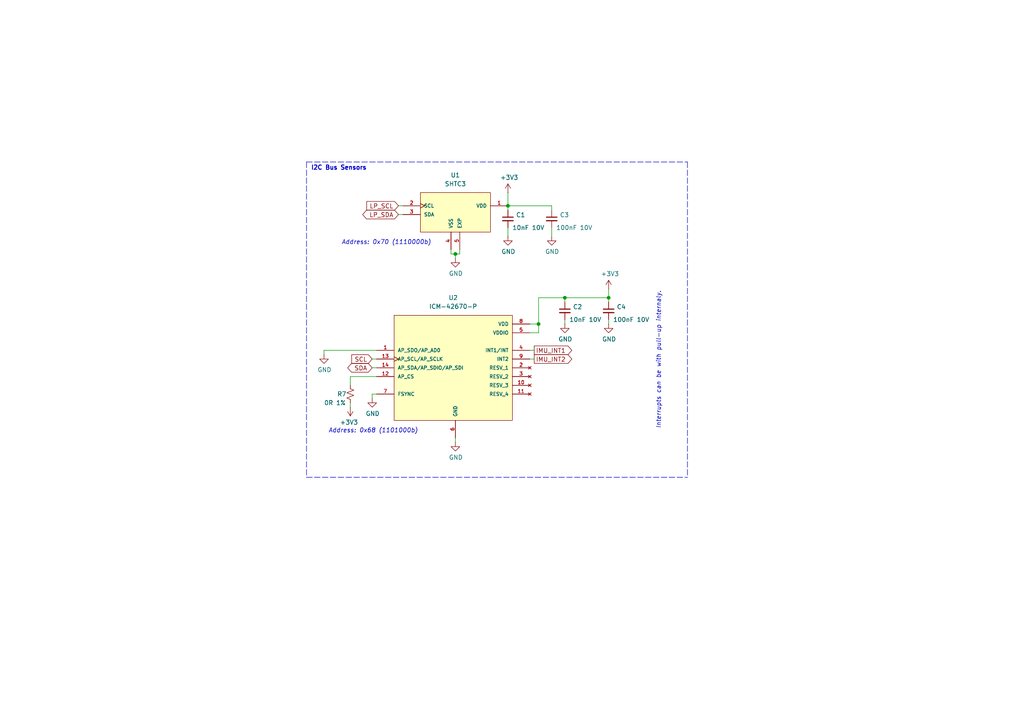
<source format=kicad_sch>
(kicad_sch (version 20250114) (generator "eeschema") (generator_version "9.0")
  (paper "A4")
  (lib_symbols
    (symbol "Device:C_Small" (pin_numbers (hide yes)) (pin_names (offset 0.254) (hide yes))
      (property "Reference" "C" (at 0.254 1.778 0))
      (property "Value" "C_Small" (at 0.254 -2.032 0))
      (symbol "C_Small_0_1"
        (polyline (pts (xy -1.524 0.508) (xy 1.524 0.508)) (stroke (width 0.3048)))
        (polyline (pts (xy -1.524 -0.508) (xy 1.524 -0.508)) (stroke (width 0.3302)))
      )
      (symbol "C_Small_1_1"
        (pin passive line (at 0 2.54 270) (length 2.032) (name "~") (number "1"))
        (pin passive line (at 0 -2.54 90) (length 2.032) (name "~") (number "2"))
      )
    )
    (symbol "Device:R_Small_US" (pin_numbers (hide yes)) (pin_names (offset 0.254) (hide yes))
      (property "Reference" "R" (at 0.762 0.508 0))
      (property "Value" "R_Small_US" (at 0.762 -1.016 0))
      (symbol "R_Small_US_1_1"
        (polyline (pts (xy 0 1.524) (xy 1.016 1.143) (xy 0 0.762) (xy -1.016 0.381) (xy 0 0)))
        (polyline (pts (xy 0 0) (xy 1.016 -0.381) (xy 0 -0.762) (xy -1.016 -1.143) (xy 0 -1.524)))
        (pin passive line (at 0 2.54 270) (length 1.016) (name "~") (number "1"))
        (pin passive line (at 0 -2.54 90) (length 1.016) (name "~") (number "2"))
      )
    )
    (symbol "PCM_Sensirion:SHTC3" (pin_names (offset 1.016))
      (property "Reference" "U" (at 7.62 2.54 0))
      (property "Value" "SHTC3" (at 3.81 -12.7 0))
      (symbol "SHTC3_0_0"
        (pin bidirectional clock (at -15.24 -2.54 0) (length 5.08) (name "SCL") (number "2"))
        (pin bidirectional line (at -15.24 -5.08 0) (length 5.08) (name "SDA") (number "3"))
        (pin power_in line (at -1.27 -15.24 90) (length 5.08) (name "VSS") (number "4"))
        (pin power_in line (at 1.27 -15.24 90) (length 5.08) (name "EXP") (number "5"))
        (pin power_in line (at 15.24 -2.54 180) (length 5.08) (name "VDD") (number "1"))
      )
      (symbol "SHTC3_1_1"
        (rectangle (start -10.16 1.27) (end 10.16 -10.16) (fill (type background)))
      )
    )
    (symbol "PCM_TDK_InvenSense:ICM-42670-P" (pin_names (offset 1.016))
      (property "Reference" "U" (at 13.97 16.51 0))
      (property "Value" "ICM-42670-P" (at 2.54 -17.78 0))
      (symbol "ICM-42670-P_0_0"
        (pin bidirectional line (at -22.86 5.08 0) (length 5.08) (name "AP_SDO/AP_AD0") (number "1"))
        (pin input clock (at -22.86 2.54 0) (length 5.08) (name "AP_SCL/AP_SCLK") (number "13"))
        (pin bidirectional line (at -22.86 0 0) (length 5.08) (name "AP_SDA/AP_SDIO/AP_SDI") (number "14"))
        (pin input line (at -22.86 -2.54 0) (length 5.08) (name "AP_CS") (number "12"))
        (pin input line (at -22.86 -7.62 0) (length 5.08) (name "FSYNC") (number "7"))
        (pin power_in line (at 0 -20.32 90) (length 5.08) (name "GND") (number "6"))
        (pin power_in line (at 21.59 12.7 180) (length 5.08) (name "VDD") (number "8"))
        (pin power_in line (at 21.59 10.16 180) (length 5.08) (name "VDDIO") (number "5"))
        (pin output line (at 21.59 5.08 180) (length 5.08) (name "INT1/INT") (number "4"))
        (pin output line (at 21.59 2.54 180) (length 5.08) (name "INT2") (number "9"))
        (pin no_connect line (at 21.59 0 180) (length 5.08) (name "RESV_1") (number "2"))
        (pin no_connect line (at 21.59 -2.54 180) (length 5.08) (name "RESV_2") (number "3"))
        (pin no_connect line (at 21.59 -5.08 180) (length 5.08) (name "RESV_3") (number "10"))
        (pin no_connect line (at 21.59 -7.62 180) (length 5.08) (name "RESV_4") (number "11"))
      )
      (symbol "ICM-42670-P_1_1"
        (rectangle (start -17.78 15.24) (end 16.51 -15.24) (fill (type background)))
      )
    )
    (symbol "power:+3V3" (power) (pin_numbers (hide yes)) (pin_names (offset 0) (hide yes))
      (property "Value" "+3V3" (at 0 3.556 0))
      (symbol "+3V3_0_1"
        (polyline (pts (xy -0.762 1.27) (xy 0 2.54)))
        (polyline (pts (xy 0 2.54) (xy 0.762 1.27)))
        (polyline (pts (xy 0 0) (xy 0 2.54)))
      )
      (symbol "+3V3_1_1"
        (pin power_in line (at 0 0 90) (length 0) (name "~") (number "1"))
      )
    )
    (symbol "power:GND" (power) (pin_numbers (hide yes)) (pin_names (offset 0) (hide yes))
      (property "Value" "GND" (at 0 -3.81 0))
      (symbol "GND_0_1"
        (polyline (pts (xy 0 0) (xy 0 -1.27) (xy 1.27 -1.27) (xy 0 -2.54) (xy -1.27 -1.27) (xy 0 -1.27)))
      )
      (symbol "GND_1_1"
        (pin power_in line (at 0 0 270) (length 0) (name "~") (number "1"))
      )
    )
  )
  (text "Address: 0x68 (1101000b)" (at 95.25 125.73 0) (effects (font (size 1.27 1.27) (italic yes)) (justify left bottom)))
  (text "I2C Bus Sensors" (at 90.17 49.53 0) (effects (font (size 1.27 1.27) (thickness 0.254) (bold yes)) (justify left bottom)))
  (text "Address: 0x70 (1110000b)" (at 99.06 71.12 0) (effects (font (size 1.27 1.27) (italic yes)) (justify left bottom)))
  (text "Interrupts can be with pull-up internaly." (at 191.77 124.46 90) (effects (font (size 1.27 1.27) (italic yes)) (justify left bottom)))
  (junction (at 147.32 59.69))
  (junction (at 176.53 86.36))
  (junction (at 163.83 86.36))
  (junction (at 156.21 93.98))
  (junction (at 132.08 73.66))
  (wire (pts (xy 153.67 93.98) (xy 156.21 93.98)))
  (wire (pts (xy 176.53 87.63) (xy 176.53 86.36)))
  (wire (pts (xy 153.67 96.52) (xy 156.21 96.52)))
  (wire (pts (xy 115.57 62.23) (xy 116.84 62.23)))
  (wire (pts (xy 160.02 66.04) (xy 160.02 68.58)))
  (wire (pts (xy 101.6 118.11) (xy 101.6 116.84)))
  (wire (pts (xy 160.02 60.96) (xy 160.02 59.69)))
  (wire (pts (xy 93.98 101.6) (xy 93.98 102.87)))
  (wire (pts (xy 107.95 104.14) (xy 109.22 104.14)))
  (wire (pts (xy 147.32 55.88) (xy 147.32 59.69)))
  (wire (pts (xy 147.32 60.96) (xy 147.32 59.69)))
  (polyline (pts (xy 88.9 46.99) (xy 199.39 46.99)) (stroke (width 0) (type dash)))
  (wire (pts (xy 109.22 101.6) (xy 93.98 101.6)))
  (wire (pts (xy 163.83 87.63) (xy 163.83 86.36)))
  (wire (pts (xy 176.53 86.36) (xy 163.83 86.36)))
  (wire (pts (xy 115.57 59.69) (xy 116.84 59.69)))
  (polyline (pts (xy 88.9 46.99) (xy 88.9 138.43)) (stroke (width 0) (type dash)))
  (wire (pts (xy 156.21 96.52) (xy 156.21 93.98)))
  (wire (pts (xy 109.22 114.3) (xy 107.95 114.3)))
  (wire (pts (xy 147.32 66.04) (xy 147.32 68.58)))
  (wire (pts (xy 109.22 109.22) (xy 101.6 109.22)))
  (wire (pts (xy 163.83 86.36) (xy 156.21 86.36)))
  (wire (pts (xy 107.95 106.68) (xy 109.22 106.68)))
  (wire (pts (xy 163.83 92.71) (xy 163.83 93.98)))
  (wire (pts (xy 132.08 127) (xy 132.08 128.27)))
  (wire (pts (xy 156.21 86.36) (xy 156.21 93.98)))
  (wire (pts (xy 176.53 92.71) (xy 176.53 93.98)))
  (wire (pts (xy 130.81 72.39) (xy 130.81 73.66)))
  (polyline (pts (xy 88.9 138.43) (xy 199.39 138.43)) (stroke (width 0) (type dash)))
  (wire (pts (xy 160.02 59.69) (xy 147.32 59.69)))
  (wire (pts (xy 132.08 73.66) (xy 133.35 73.66)))
  (wire (pts (xy 176.53 83.82) (xy 176.53 86.36)))
  (wire (pts (xy 101.6 109.22) (xy 101.6 111.76)))
  (polyline (pts (xy 199.39 46.99) (xy 199.39 138.43)) (stroke (width 0) (type dash)))
  (wire (pts (xy 107.95 114.3) (xy 107.95 115.57)))
  (wire (pts (xy 130.81 73.66) (xy 132.08 73.66)))
  (wire (pts (xy 153.67 104.14) (xy 154.94 104.14)))
  (wire (pts (xy 133.35 73.66) (xy 133.35 72.39)))
  (wire (pts (xy 153.67 101.6) (xy 154.94 101.6)))
  (wire (pts (xy 132.08 74.93) (xy 132.08 73.66)))
  (global_label "LP_SCL" (shape input) (at 115.57 59.69 180) (property "Intersheetrefs" "${INTERSHEET_REFS}" (effects (hide yes))))
  (global_label "SCL" (shape input) (at 107.95 104.14 180) (property "Intersheetrefs" "${INTERSHEET_REFS}" (effects (hide yes))))
  (global_label "IMU_INT2" (shape output) (at 154.94 104.14 0) (property "Intersheetrefs" "${INTERSHEET_REFS}" (effects (hide yes))))
  (global_label "IMU_INT1" (shape output) (at 154.94 101.6 0) (property "Intersheetrefs" "${INTERSHEET_REFS}" (effects (hide yes))))
  (global_label "SDA" (shape bidirectional) (at 107.95 106.68 180) (property "Intersheetrefs" "${INTERSHEET_REFS}" (effects (hide yes))))
  (global_label "LP_SDA" (shape bidirectional) (at 115.57 62.23 180) (property "Intersheetrefs" "${INTERSHEET_REFS}" (effects (hide yes))))
  (symbol (lib_id "power:GND") (at 132.08 128.27 0) (unit 1)
    (property "Reference" "#PWR0114" (effects (hide yes)))
    (property "Value" "GND" (at 132.207 132.6642 0))
  )
  (symbol (lib_id "power:GND") (at 107.95 115.57 0) (unit 1)
    (property "Reference" "#PWR0115" (effects (hide yes)))
    (property "Value" "GND" (at 108.077 119.9642 0))
  )
  (symbol (lib_id "power:GND") (at 93.98 102.87 0) (unit 1)
    (property "Reference" "#PWR0116" (effects (hide yes)))
    (property "Value" "GND" (at 94.107 107.2642 0))
  )
  (symbol (lib_id "power:+3V3") (at 176.53 83.82 0) (unit 1)
    (property "Reference" "#PWR0117" (effects (hide yes)))
    (property "Value" "+3V3" (at 176.911 79.4258 0))
  )
  (symbol (lib_id "power:+3V3") (at 101.6 118.11 180) (unit 1)
    (property "Reference" "#PWR0118" (effects (hide yes)))
    (property "Value" "+3V3" (at 101.219 122.5042 0))
  )
  (symbol (lib_id "Device:C_Small") (at 163.83 90.17 0) (unit 1)
    (property "Reference" "C2" (at 166.1668 89.0016 0) (effects (justify left)))
    (property "Value" "10nF 10V" (at 165.1 92.71 0) (effects (justify left)))
    (property "Footprint" "Capacitor_SMD:C_0402_1005Metric" (effects (hide yes)))
    (property "LCSC" "C15195" (effects (hide yes)))
  )
  (symbol (lib_id "power:GND") (at 163.83 93.98 0) (unit 1)
    (property "Reference" "#PWR0119" (effects (hide yes)))
    (property "Value" "GND" (at 163.957 98.3742 0))
  )
  (symbol (lib_id "Device:C_Small") (at 176.53 90.17 0) (unit 1)
    (property "Reference" "C4" (at 178.8668 89.0016 0) (effects (justify left)))
    (property "Value" "100nF 10V" (at 177.8 92.71 0) (effects (justify left)))
    (property "Footprint" "Capacitor_SMD:C_0402_1005Metric" (effects (hide yes)))
    (property "LCSC" "C1525" (effects (hide yes)))
  )
  (symbol (lib_id "power:GND") (at 176.53 93.98 0) (unit 1)
    (property "Reference" "#PWR0120" (effects (hide yes)))
    (property "Value" "GND" (at 176.657 98.3742 0))
  )
  (symbol (lib_id "power:GND") (at 132.08 74.93 0) (unit 1)
    (property "Reference" "#PWR0121" (effects (hide yes)))
    (property "Value" "GND" (at 132.207 79.3242 0))
  )
  (symbol (lib_id "power:+3V3") (at 147.32 55.88 0) (unit 1)
    (property "Reference" "#PWR0122" (effects (hide yes)))
    (property "Value" "+3V3" (at 147.701 51.4858 0))
  )
  (symbol (lib_id "Device:C_Small") (at 147.32 63.5 0) (unit 1)
    (property "Reference" "C1" (at 149.6568 62.3316 0) (effects (justify left)))
    (property "Value" "10nF 10V" (at 148.59 66.04 0) (effects (justify left)))
    (property "Footprint" "Capacitor_SMD:C_0402_1005Metric" (effects (hide yes)))
    (property "LCSC" "C15195" (effects (hide yes)))
  )
  (symbol (lib_id "Device:C_Small") (at 160.02 63.5 0) (unit 1)
    (property "Reference" "C3" (at 162.3568 62.3316 0) (effects (justify left)))
    (property "Value" "100nF 10V" (at 161.29 66.04 0) (effects (justify left)))
    (property "Footprint" "Capacitor_SMD:C_0402_1005Metric" (effects (hide yes)))
    (property "LCSC" "C1525" (effects (hide yes)))
  )
  (symbol (lib_id "power:GND") (at 147.32 68.58 0) (unit 1)
    (property "Reference" "#PWR0123" (effects (hide yes)))
    (property "Value" "GND" (at 147.447 72.9742 0))
  )
  (symbol (lib_id "power:GND") (at 160.02 68.58 0) (unit 1)
    (property "Reference" "#PWR0124" (effects (hide yes)))
    (property "Value" "GND" (at 160.147 72.9742 0))
  )
  (symbol (lib_id "Device:R_Small_US") (at 101.6 114.3 0) (unit 1)
    (property "Reference" "R7" (at 97.79 114.3 0) (effects (justify left)))
    (property "Value" "0R 1%" (at 93.98 116.84 0) (effects (justify left)))
    (property "Footprint" "Resistor_SMD:R_0402_1005Metric" (effects (hide yes)))
    (property "LCSC" "C17168" (effects (hide yes)))
  )
  (symbol (lib_id "PCM_TDK_InvenSense:ICM-42670-P") (at 132.08 106.68 0) (unit 1)
    (property "Reference" "U2" (at 131.445 86.36 0))
    (property "Value" "ICM-42670-P" (at 131.445 88.9 0))
    (property "Footprint" "PCM_TDK_InvenSense:IC_ICM-42670-P" (effects (hide yes)))
    (property "MAXIMUM_PACKAGE_HEIGHT" "0.81mm" (effects (hide yes)))
    (property "MANUFACTURER" "TDK InvenSense" (effects (hide yes)))
    (property "PARTREV" "1.0" (effects (hide yes)))
    (property "STANDARD" "Manufacturer Recommendations" (effects (hide yes)))
  )
  (symbol (lib_id "PCM_Sensirion:SHTC3") (at 132.08 57.15 0) (unit 1)
    (property "Reference" "U1" (at 132.08 50.8 0))
    (property "Value" "SHTC3" (at 132.08 53.34 0))
    (property "Footprint" "PCM_Sensirion:SON100P200X200X80-5N" (effects (hide yes)))
    (property "PARTREV" "3" (effects (hide yes)))
    (property "MANUFACTURER" "Sensirion" (effects (hide yes)))
    (property "MAXIMUM_PACKAGE_HEIGHT" "0.80mm" (effects (hide yes)))
    (property "STANDARD" "IPC-7351B" (effects (hide yes)))
  )
)
</source>
